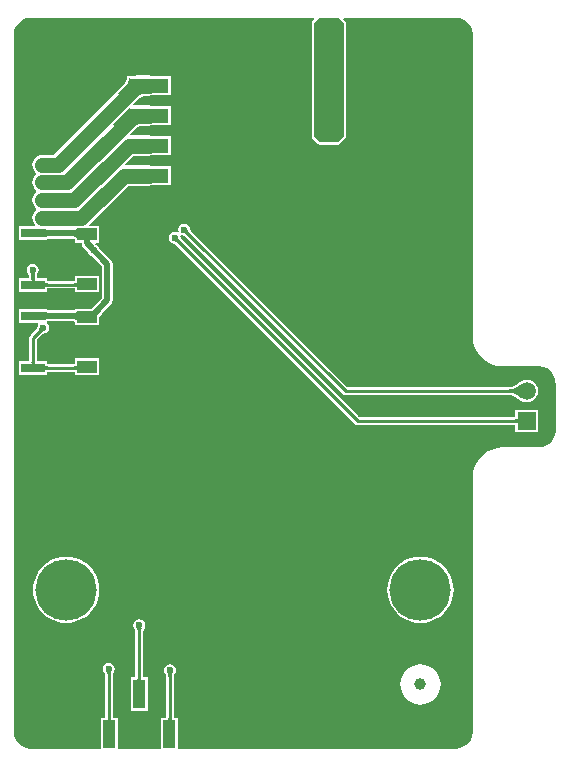
<source format=gbl>
G04 Layer_Physical_Order=2*
G04 Layer_Color=16711680*
%FSLAX44Y44*%
%MOMM*%
G71*
G01*
G75*
%ADD14C,1.0000*%
%ADD15C,0.2540*%
%ADD16C,1.3000*%
%ADD18C,5.2000*%
%ADD19C,1.5000*%
%ADD20R,1.5000X1.5000*%
%ADD21C,0.6000*%
%ADD22R,0.8000X2.0000*%
%ADD23R,1.0000X1.7000*%
%ADD24R,2.0000X0.8000*%
%ADD25R,1.7000X1.0000*%
%ADD26R,3.3000X1.2700*%
%ADD27R,1.0200X2.4100*%
%ADD28C,0.5000*%
G36*
X140167Y69872D02*
X139979Y69554D01*
X139812Y69216D01*
X139669Y68858D01*
X139547Y68479D01*
X139447Y68080D01*
X139370Y67661D01*
X139314Y67221D01*
X139281Y66762D01*
X139270Y66282D01*
X136730D01*
X136719Y66762D01*
X136630Y67661D01*
X136553Y68080D01*
X136453Y68479D01*
X136331Y68858D01*
X136187Y69216D01*
X136021Y69554D01*
X135833Y69872D01*
X135623Y70170D01*
X140377D01*
X140167Y69872D01*
D02*
G37*
G36*
X88462Y71244D02*
X88359Y70989D01*
X88267Y70701D01*
X88189Y70379D01*
X88122Y70023D01*
X88025Y69210D01*
X87994Y68753D01*
X87970Y67737D01*
X85430Y67055D01*
X85414Y67495D01*
X85367Y67923D01*
X85288Y68339D01*
X85178Y68743D01*
X85036Y69134D01*
X84862Y69513D01*
X84657Y69879D01*
X84420Y70234D01*
X84152Y70576D01*
X83852Y70905D01*
X88577Y71464D01*
X88462Y71244D01*
D02*
G37*
G36*
X20000Y624392D02*
X259849D01*
X260335Y623219D01*
X258558Y621442D01*
X258558Y621442D01*
X258116Y620780D01*
X257961Y620000D01*
Y563000D01*
X257961Y524000D01*
X257961Y524000D01*
X258116Y523220D01*
X258558Y522558D01*
X258558Y522558D01*
X263558Y517558D01*
X263558Y517558D01*
X264220Y517116D01*
X264220Y517116D01*
X265000Y516961D01*
X280000Y516961D01*
X280781Y517116D01*
X281442Y517558D01*
X281442Y517558D01*
X286442Y522558D01*
X286884Y523220D01*
X287039Y524000D01*
Y604000D01*
Y620000D01*
X286884Y620780D01*
X286442Y621442D01*
X286442Y621442D01*
X284665Y623219D01*
X285151Y624392D01*
X380000D01*
X380317Y624455D01*
X383752Y624003D01*
X387248Y622555D01*
X390251Y620251D01*
X392555Y617248D01*
X394003Y613752D01*
X394455Y610317D01*
X394392Y610000D01*
Y540000D01*
Y355000D01*
X394392Y355000D01*
X394377D01*
X394869Y350001D01*
X396327Y345194D01*
X398695Y340764D01*
X401881Y336881D01*
X405764Y333695D01*
X410194Y331327D01*
X415001Y329869D01*
X420000Y329377D01*
Y329392D01*
X420000Y329392D01*
X450000D01*
X450317Y329455D01*
X453752Y329003D01*
X457248Y327555D01*
X460251Y325251D01*
X462555Y322249D01*
X464003Y318752D01*
X464333Y316245D01*
X464392Y315000D01*
X464392Y315000D01*
X464392Y313745D01*
Y275000D01*
X464455Y274683D01*
X464003Y271248D01*
X462555Y267752D01*
X460251Y264749D01*
X457248Y262445D01*
X453752Y260997D01*
X451245Y260667D01*
X450000Y260608D01*
X450000Y260608D01*
X448745Y260608D01*
X420000D01*
Y260623D01*
X415001Y260131D01*
X410194Y258673D01*
X405764Y256305D01*
X401881Y253118D01*
X398695Y249236D01*
X396327Y244806D01*
X394869Y239999D01*
X394377Y235000D01*
X394392D01*
X394392Y235000D01*
Y20000D01*
X394455Y19683D01*
X394003Y16248D01*
X392555Y12751D01*
X390251Y9749D01*
X387248Y7445D01*
X383752Y5997D01*
X380317Y5545D01*
X380000Y5608D01*
X144500D01*
Y31600D01*
X141334D01*
Y66879D01*
X141344Y67021D01*
X141385Y67348D01*
X141441Y67647D01*
X141509Y67919D01*
X141588Y68165D01*
X141677Y68385D01*
X141774Y68584D01*
X141880Y68763D01*
X142043Y68993D01*
X142119Y69165D01*
X142710Y70049D01*
X143098Y72000D01*
X142710Y73951D01*
X141605Y75605D01*
X139951Y76710D01*
X138000Y77098D01*
X136049Y76710D01*
X134395Y75605D01*
X133290Y73951D01*
X132902Y72000D01*
X133290Y70049D01*
X133881Y69165D01*
X133957Y68993D01*
X134120Y68763D01*
X134226Y68584D01*
X134324Y68386D01*
X134412Y68165D01*
X134491Y67919D01*
X134559Y67647D01*
X134609Y67375D01*
X134666Y66802D01*
Y31600D01*
X130300D01*
Y5608D01*
X93700D01*
Y31600D01*
X90034D01*
Y68694D01*
X90056Y69022D01*
X90139Y69714D01*
X90182Y69948D01*
X90232Y70151D01*
X90279Y70297D01*
X90315Y70386D01*
X90384Y70520D01*
X90406Y70595D01*
X90710Y71049D01*
X91098Y73000D01*
X90710Y74951D01*
X89605Y76605D01*
X87951Y77710D01*
X86000Y78098D01*
X84049Y77710D01*
X82395Y76605D01*
X81290Y74951D01*
X80902Y73000D01*
X81290Y71049D01*
X82395Y69395D01*
X82584Y69269D01*
X82593Y69259D01*
X82768Y69036D01*
X82916Y68814D01*
X83042Y68589D01*
X83147Y68360D01*
X83232Y68125D01*
X83300Y67879D01*
X83349Y67621D01*
X83366Y67465D01*
Y31600D01*
X79500D01*
Y5608D01*
X20000D01*
X19683Y5545D01*
X16248Y5997D01*
X12751Y7445D01*
X9749Y9749D01*
X7445Y12751D01*
X5997Y16248D01*
X5545Y19683D01*
X5608Y20000D01*
Y610000D01*
X5545Y610317D01*
X5997Y613752D01*
X7445Y617248D01*
X9749Y620251D01*
X12751Y622555D01*
X16248Y624003D01*
X19683Y624455D01*
X20000Y624392D01*
D02*
G37*
G36*
X285000Y620000D02*
Y604000D01*
Y524000D01*
X280000Y519000D01*
X265000Y519000D01*
X260000Y524000D01*
X260000Y563000D01*
Y620000D01*
X264392Y624392D01*
X280608D01*
X285000Y620000D01*
D02*
G37*
G36*
X139283Y31627D02*
X139321Y31195D01*
X139384Y30814D01*
X139473Y30484D01*
X139587Y30205D01*
X139727Y29976D01*
X139892Y29798D01*
X140083Y29671D01*
X140299Y29595D01*
X140540Y29569D01*
X135460D01*
X135701Y29595D01*
X135917Y29671D01*
X136108Y29798D01*
X136273Y29976D01*
X136412Y30205D01*
X136527Y30484D01*
X136616Y30814D01*
X136679Y31195D01*
X136717Y31627D01*
X136730Y32109D01*
X139270D01*
X139283Y31627D01*
D02*
G37*
G36*
X87983D02*
X88021Y31195D01*
X88084Y30814D01*
X88173Y30484D01*
X88287Y30205D01*
X88427Y29976D01*
X88592Y29798D01*
X88783Y29671D01*
X88999Y29595D01*
X89240Y29569D01*
X84160D01*
X84401Y29595D01*
X84617Y29671D01*
X84808Y29798D01*
X84973Y29976D01*
X85112Y30205D01*
X85227Y30484D01*
X85316Y30814D01*
X85379Y31195D01*
X85417Y31627D01*
X85430Y32109D01*
X87970D01*
X87983Y31627D01*
D02*
G37*
%LPC*%
G36*
X350000Y168087D02*
X345606Y167741D01*
X341321Y166712D01*
X337249Y165025D01*
X333491Y162722D01*
X330140Y159860D01*
X327277Y156509D01*
X324975Y152751D01*
X323288Y148679D01*
X322259Y144394D01*
X321913Y140000D01*
X322259Y135606D01*
X323288Y131321D01*
X324975Y127249D01*
X327277Y123491D01*
X330140Y120140D01*
X333491Y117277D01*
X337249Y114975D01*
X341321Y113288D01*
X345606Y112259D01*
X350000Y111913D01*
X354394Y112259D01*
X358679Y113288D01*
X362751Y114975D01*
X366509Y117277D01*
X369860Y120140D01*
X372723Y123491D01*
X375025Y127249D01*
X376712Y131321D01*
X377741Y135606D01*
X378087Y140000D01*
X377741Y144394D01*
X376712Y148679D01*
X375025Y152751D01*
X372723Y156509D01*
X369860Y159860D01*
X366509Y162722D01*
X362751Y165025D01*
X358679Y166712D01*
X354394Y167741D01*
X350000Y168087D01*
D02*
G37*
G36*
X50000D02*
X45606Y167741D01*
X41321Y166712D01*
X37249Y165025D01*
X33491Y162722D01*
X30140Y159860D01*
X27278Y156509D01*
X24975Y152751D01*
X23288Y148679D01*
X22259Y144394D01*
X21913Y140000D01*
X22259Y135606D01*
X23288Y131321D01*
X24975Y127249D01*
X27278Y123491D01*
X30140Y120140D01*
X33491Y117277D01*
X37249Y114975D01*
X41321Y113288D01*
X45606Y112259D01*
X50000Y111913D01*
X54394Y112259D01*
X58679Y113288D01*
X62751Y114975D01*
X66509Y117277D01*
X69860Y120140D01*
X72723Y123491D01*
X75025Y127249D01*
X76712Y131321D01*
X77741Y135606D01*
X78087Y140000D01*
X77741Y144394D01*
X76712Y148679D01*
X75025Y152751D01*
X72723Y156509D01*
X69860Y159860D01*
X66509Y162722D01*
X62751Y165025D01*
X58679Y166712D01*
X54394Y167741D01*
X50000Y168087D01*
D02*
G37*
G36*
X21750Y416098D02*
X19799Y415710D01*
X18145Y414605D01*
X17040Y412951D01*
X16652Y411000D01*
X17040Y409049D01*
X17631Y408165D01*
X17707Y407993D01*
X17870Y407763D01*
X17976Y407584D01*
X18074Y407385D01*
X18162Y407165D01*
X18241Y406919D01*
X18309Y406647D01*
X18360Y406375D01*
X18416Y405802D01*
Y404000D01*
X10250D01*
Y392000D01*
X34250D01*
Y395166D01*
X57250D01*
Y392000D01*
X78250D01*
Y406000D01*
X57250D01*
Y401834D01*
X34250D01*
Y404000D01*
X25084D01*
Y405879D01*
X25094Y406021D01*
X25136Y406348D01*
X25191Y406647D01*
X25259Y406919D01*
X25338Y407165D01*
X25426Y407385D01*
X25524Y407584D01*
X25630Y407763D01*
X25793Y407993D01*
X25869Y408165D01*
X26460Y409049D01*
X26848Y411000D01*
X26460Y412951D01*
X25355Y414605D01*
X23701Y415710D01*
X21750Y416098D01*
D02*
G37*
G36*
X150000Y450098D02*
X148049Y449710D01*
X146395Y448605D01*
X145290Y446951D01*
X144902Y445000D01*
X145223Y443386D01*
X144335Y442611D01*
X144194Y442547D01*
X143951Y442709D01*
X142000Y443097D01*
X140049Y442709D01*
X138395Y441604D01*
X137290Y439950D01*
X136902Y437999D01*
X137290Y436048D01*
X138395Y434394D01*
X140049Y433289D01*
X141092Y433082D01*
X141267Y433014D01*
X141546Y432967D01*
X141747Y432915D01*
X141957Y432844D01*
X142175Y432750D01*
X142405Y432632D01*
X142645Y432488D01*
X142873Y432331D01*
X143319Y431966D01*
X294642Y280643D01*
X295724Y279920D01*
X296999Y279666D01*
X430500D01*
Y273500D01*
X449500D01*
Y292500D01*
X430500D01*
Y286334D01*
X298381D01*
X147978Y436736D01*
X147886Y436843D01*
X147683Y437104D01*
X147511Y437355D01*
X147367Y437595D01*
X147249Y437825D01*
X147155Y438043D01*
X147084Y438253D01*
X147032Y438454D01*
X146984Y438732D01*
X146917Y438907D01*
X146777Y439613D01*
X147665Y440388D01*
X147806Y440453D01*
X148049Y440290D01*
X149093Y440083D01*
X149267Y440015D01*
X149546Y439967D01*
X149747Y439916D01*
X149956Y439845D01*
X150175Y439751D01*
X150405Y439633D01*
X150645Y439489D01*
X150873Y439332D01*
X151318Y438967D01*
X284242Y306042D01*
X285324Y305320D01*
X286600Y305066D01*
X425515D01*
X425764Y305053D01*
X426477Y304942D01*
X427250Y304750D01*
X428082Y304471D01*
X428970Y304103D01*
X429914Y303641D01*
X430889Y303095D01*
X433061Y301672D01*
X434209Y300820D01*
X434377Y300741D01*
X435209Y300102D01*
X437520Y299144D01*
X440000Y298818D01*
X442480Y299144D01*
X444791Y300102D01*
X446776Y301625D01*
X448298Y303609D01*
X449255Y305920D01*
X449582Y308400D01*
X449255Y310880D01*
X448298Y313191D01*
X446776Y315175D01*
X444791Y316698D01*
X442480Y317655D01*
X440000Y317982D01*
X437520Y317655D01*
X435209Y316698D01*
X434377Y316059D01*
X434209Y315980D01*
X433062Y315128D01*
X430889Y313705D01*
X429914Y313159D01*
X428971Y312698D01*
X428082Y312329D01*
X427250Y312050D01*
X426477Y311858D01*
X425764Y311747D01*
X425515Y311734D01*
X287981D01*
X155978Y443737D01*
X155886Y443843D01*
X155684Y444104D01*
X155511Y444355D01*
X155367Y444595D01*
X155249Y444825D01*
X155155Y445044D01*
X155084Y445253D01*
X155033Y445454D01*
X154985Y445733D01*
X154917Y445908D01*
X154710Y446951D01*
X153605Y448605D01*
X151951Y449710D01*
X150000Y450098D01*
D02*
G37*
G36*
X350000Y77082D02*
X346667Y76754D01*
X343463Y75782D01*
X340510Y74203D01*
X337921Y72079D01*
X335797Y69490D01*
X334218Y66537D01*
X333246Y63333D01*
X332918Y60000D01*
X333246Y56667D01*
X334218Y53463D01*
X335797Y50510D01*
X337921Y47921D01*
X340510Y45797D01*
X343463Y44218D01*
X346667Y43246D01*
X350000Y42918D01*
X353333Y43246D01*
X356537Y44218D01*
X359490Y45797D01*
X362079Y47921D01*
X364203Y50510D01*
X365782Y53463D01*
X366754Y56667D01*
X367082Y60000D01*
X366754Y63333D01*
X365782Y66537D01*
X364203Y69490D01*
X362079Y72079D01*
X359490Y74203D01*
X356537Y75782D01*
X353333Y76754D01*
X350000Y77082D01*
D02*
G37*
G36*
X112100Y114998D02*
X110149Y114610D01*
X108495Y113505D01*
X107390Y111851D01*
X107002Y109900D01*
X107390Y107949D01*
X107981Y107065D01*
X108057Y106893D01*
X108220Y106663D01*
X108326Y106484D01*
X108424Y106285D01*
X108512Y106065D01*
X108591Y105819D01*
X108659Y105547D01*
X108709Y105275D01*
X108766Y104702D01*
Y65900D01*
X104900D01*
Y37800D01*
X119100D01*
Y65900D01*
X115434D01*
Y104779D01*
X115444Y104921D01*
X115485Y105248D01*
X115541Y105547D01*
X115609Y105819D01*
X115688Y106065D01*
X115777Y106285D01*
X115874Y106484D01*
X115980Y106663D01*
X116143Y106893D01*
X116219Y107065D01*
X116810Y107949D01*
X117198Y109900D01*
X116810Y111851D01*
X115705Y113505D01*
X114051Y114610D01*
X112100Y114998D01*
D02*
G37*
G36*
X120000Y575573D02*
X110000D01*
X108303Y575350D01*
X101500D01*
Y573514D01*
X101436Y572970D01*
X101255Y572389D01*
X100891Y571597D01*
X100331Y570631D01*
X99608Y569562D01*
X94661Y563785D01*
X39449Y508573D01*
X30000D01*
X27781Y508281D01*
X25713Y507425D01*
X23938Y506062D01*
X22575Y504287D01*
X21719Y502219D01*
X21427Y500000D01*
X21719Y497781D01*
X22575Y495713D01*
X23938Y493938D01*
X24768Y493300D01*
Y491700D01*
X23938Y491062D01*
X22575Y489287D01*
X21719Y487219D01*
X21427Y485000D01*
X21719Y482781D01*
X22575Y480713D01*
X23938Y478938D01*
X24768Y478300D01*
Y476700D01*
X23938Y476062D01*
X22575Y474287D01*
X21719Y472219D01*
X21427Y470000D01*
X21719Y467781D01*
X22575Y465713D01*
X23938Y463938D01*
X24768Y463300D01*
Y461700D01*
X23938Y461062D01*
X22575Y459287D01*
X21719Y457219D01*
X21427Y455000D01*
X21719Y452781D01*
X22575Y450713D01*
X23683Y449270D01*
X23215Y448000D01*
X10250D01*
Y436000D01*
X32176D01*
X32220Y435991D01*
X32263Y436000D01*
X34250D01*
Y437223D01*
X34418Y437263D01*
X34904Y437340D01*
X35878Y437412D01*
X55419D01*
X55833Y437375D01*
X56411Y437280D01*
X56846Y437163D01*
X57130Y437047D01*
X57250Y436974D01*
Y434000D01*
X63162D01*
Y433250D01*
X63511Y431494D01*
X64506Y430006D01*
X68435Y426076D01*
X68540Y425549D01*
X69645Y423895D01*
X71299Y422790D01*
X71826Y422685D01*
X80412Y414100D01*
Y386900D01*
X73584Y380072D01*
X72672Y379225D01*
X71904Y378610D01*
X71222Y378135D01*
X70987Y378000D01*
X59318D01*
X59274Y378009D01*
X59231Y378000D01*
X57250D01*
Y376777D01*
X57082Y376737D01*
X56596Y376660D01*
X55622Y376588D01*
X35753D01*
X35552Y376595D01*
X34929Y376656D01*
X34418Y376737D01*
X34250Y376777D01*
Y378000D01*
X32263D01*
X32220Y378009D01*
X32176Y378000D01*
X10250D01*
Y366000D01*
X25882D01*
X26561Y364730D01*
X26040Y363951D01*
X25833Y362907D01*
X25765Y362733D01*
X25717Y362454D01*
X25666Y362253D01*
X25594Y362044D01*
X25501Y361825D01*
X25383Y361595D01*
X25239Y361355D01*
X25082Y361127D01*
X24717Y360682D01*
X19892Y355858D01*
X19170Y354776D01*
X18916Y353500D01*
Y334000D01*
X10250D01*
Y322000D01*
X34250D01*
Y324666D01*
X57250D01*
Y322000D01*
X78250D01*
Y336000D01*
X57250D01*
Y331334D01*
X34250D01*
Y334000D01*
X25584D01*
Y352119D01*
X29487Y356022D01*
X29593Y356114D01*
X29854Y356316D01*
X30105Y356489D01*
X30345Y356633D01*
X30575Y356751D01*
X30794Y356845D01*
X31003Y356916D01*
X31204Y356968D01*
X31483Y357015D01*
X31658Y357083D01*
X32701Y357290D01*
X34355Y358395D01*
X35460Y360049D01*
X35848Y362000D01*
X35460Y363951D01*
X34790Y364954D01*
X34250Y366000D01*
Y367223D01*
X34418Y367263D01*
X34904Y367340D01*
X35878Y367412D01*
X55419D01*
X55833Y367375D01*
X56411Y367280D01*
X56846Y367163D01*
X57130Y367047D01*
X57250Y366975D01*
Y364000D01*
X78250D01*
Y371282D01*
X78324Y371410D01*
X78790Y372076D01*
X80059Y373571D01*
X88244Y381756D01*
X89239Y383244D01*
X89588Y385000D01*
Y416000D01*
X89239Y417756D01*
X88244Y419244D01*
X77803Y429686D01*
X76855Y431105D01*
X75436Y432053D01*
X74662Y432827D01*
X75148Y434000D01*
X78250D01*
Y448000D01*
X69864D01*
X69394Y449270D01*
X102351Y482227D01*
X120000D01*
X121697Y482450D01*
X138500D01*
Y499150D01*
X121697D01*
X120000Y499373D01*
X100081D01*
X99555Y500643D01*
X106538Y507627D01*
X120000D01*
X121697Y507850D01*
X138500D01*
Y524550D01*
X121697D01*
X120000Y524773D01*
X104268D01*
X103785Y525665D01*
X103745Y526043D01*
X104815Y527074D01*
X107154Y529146D01*
X109307Y530859D01*
X111262Y532210D01*
X112696Y533027D01*
X120000D01*
X121697Y533250D01*
X138500D01*
Y549950D01*
X121697D01*
X120000Y550173D01*
X107174D01*
X107082Y550161D01*
X106497Y551197D01*
X106491Y551365D01*
X107575Y552409D01*
X109864Y554431D01*
X111980Y556109D01*
X113914Y557442D01*
X115644Y558427D01*
X120000D01*
X121697Y558650D01*
X138500D01*
Y575350D01*
X121697D01*
X120000Y575573D01*
D02*
G37*
%LPD*%
G36*
X435425Y302457D02*
X434229Y303345D01*
X431947Y304840D01*
X430861Y305448D01*
X429811Y305962D01*
X428797Y306382D01*
X427820Y306709D01*
X426880Y306943D01*
X425976Y307083D01*
X425108Y307130D01*
Y309670D01*
X425976Y309717D01*
X426880Y309857D01*
X427820Y310091D01*
X428797Y310418D01*
X429811Y310838D01*
X430861Y311352D01*
X431947Y311960D01*
X434229Y313455D01*
X435425Y314343D01*
Y302457D01*
D02*
G37*
G36*
X59311Y325460D02*
X59285Y325701D01*
X59208Y325917D01*
X59080Y326108D01*
X58900Y326273D01*
X58668Y326413D01*
X58386Y326527D01*
X58052Y326616D01*
X57666Y326679D01*
X57229Y326717D01*
X56740Y326730D01*
Y329270D01*
X57229Y329283D01*
X57666Y329321D01*
X58052Y329384D01*
X58386Y329473D01*
X58668Y329588D01*
X58900Y329727D01*
X59080Y329892D01*
X59208Y330083D01*
X59285Y330299D01*
X59311Y330540D01*
Y325460D01*
D02*
G37*
G36*
X32215Y330299D02*
X32292Y330083D01*
X32420Y329892D01*
X32600Y329727D01*
X32832Y329588D01*
X33114Y329473D01*
X33449Y329384D01*
X33834Y329321D01*
X34271Y329283D01*
X34760Y329270D01*
Y326730D01*
X34271Y326717D01*
X33834Y326679D01*
X33449Y326616D01*
X33114Y326527D01*
X32832Y326413D01*
X32600Y326273D01*
X32420Y326108D01*
X32292Y325917D01*
X32215Y325701D01*
X32189Y325460D01*
Y330540D01*
X32215Y330299D01*
D02*
G37*
G36*
X113383Y65927D02*
X113421Y65495D01*
X113484Y65114D01*
X113573Y64784D01*
X113687Y64504D01*
X113827Y64276D01*
X113992Y64098D01*
X114183Y63971D01*
X114399Y63895D01*
X114640Y63870D01*
X109560D01*
X109801Y63895D01*
X110017Y63971D01*
X110208Y64098D01*
X110373Y64276D01*
X110513Y64504D01*
X110627Y64784D01*
X110716Y65114D01*
X110779Y65495D01*
X110817Y65927D01*
X110830Y66410D01*
X113370D01*
X113383Y65927D01*
D02*
G37*
G36*
X114267Y107772D02*
X114079Y107454D01*
X113912Y107116D01*
X113769Y106758D01*
X113647Y106379D01*
X113547Y105980D01*
X113470Y105561D01*
X113414Y105121D01*
X113381Y104662D01*
X113370Y104182D01*
X110830D01*
X110819Y104662D01*
X110730Y105561D01*
X110653Y105980D01*
X110553Y106379D01*
X110431Y106758D01*
X110288Y107116D01*
X110121Y107454D01*
X109933Y107772D01*
X109723Y108070D01*
X114477D01*
X114267Y107772D01*
D02*
G37*
G36*
X432561Y280460D02*
X432535Y280701D01*
X432458Y280917D01*
X432330Y281108D01*
X432150Y281273D01*
X431918Y281413D01*
X431636Y281527D01*
X431301Y281616D01*
X430916Y281679D01*
X430479Y281717D01*
X429991Y281730D01*
Y284270D01*
X430479Y284283D01*
X430916Y284321D01*
X431301Y284384D01*
X431636Y284473D01*
X431918Y284587D01*
X432150Y284727D01*
X432330Y284892D01*
X432458Y285083D01*
X432535Y285299D01*
X432561Y285540D01*
Y280460D01*
D02*
G37*
G36*
X23533Y334021D02*
X23571Y333584D01*
X23634Y333199D01*
X23723Y332864D01*
X23837Y332582D01*
X23977Y332350D01*
X24142Y332170D01*
X24333Y332042D01*
X24549Y331965D01*
X24790Y331939D01*
X19710D01*
X19951Y331965D01*
X20167Y332042D01*
X20358Y332170D01*
X20523Y332350D01*
X20663Y332582D01*
X20777Y332864D01*
X20866Y333199D01*
X20929Y333584D01*
X20967Y334021D01*
X20980Y334510D01*
X23520D01*
X23533Y334021D01*
D02*
G37*
G36*
X59311Y437000D02*
X59259Y437475D01*
X59107Y437900D01*
X58855Y438275D01*
X58502Y438600D01*
X58049Y438875D01*
X57496Y439100D01*
X56842Y439275D01*
X56089Y439400D01*
X55235Y439475D01*
X54281Y439500D01*
Y444500D01*
X55230Y444515D01*
X56831Y444632D01*
X57481Y444735D01*
X58031Y444867D01*
X58481Y445029D01*
X58830Y445220D01*
X59081Y445440D01*
X59230Y445690D01*
X59281Y445970D01*
X59311Y437000D01*
D02*
G37*
G36*
X70477Y436003D02*
X70430Y435919D01*
X70388Y435780D01*
X70351Y435586D01*
X70320Y435335D01*
X70275Y434668D01*
X70250Y433250D01*
X65250D01*
X65247Y433778D01*
X65113Y435780D01*
X65071Y435919D01*
X65023Y436003D01*
X64970Y436031D01*
X70531D01*
X70477Y436003D01*
D02*
G37*
G36*
X145036Y438027D02*
X145128Y437669D01*
X145250Y437313D01*
X145402Y436957D01*
X145583Y436604D01*
X145795Y436251D01*
X146037Y435900D01*
X146308Y435550D01*
X146610Y435201D01*
X146941Y434854D01*
X145145Y433058D01*
X144798Y433390D01*
X144100Y433963D01*
X143749Y434204D01*
X143396Y434416D01*
X143042Y434597D01*
X142687Y434749D01*
X142330Y434871D01*
X141972Y434962D01*
X141613Y435024D01*
X144975Y438386D01*
X145036Y438027D01*
D02*
G37*
G36*
X32269Y445690D02*
X32420Y445440D01*
X32669Y445220D01*
X33019Y445029D01*
X33470Y444867D01*
X34019Y444735D01*
X34669Y444632D01*
X35419Y444559D01*
X37220Y444500D01*
Y439500D01*
X36270Y439485D01*
X34669Y439368D01*
X34019Y439265D01*
X33470Y439133D01*
X33019Y438971D01*
X32669Y438780D01*
X32420Y438559D01*
X32269Y438310D01*
X32220Y438031D01*
Y445970D01*
X32269Y445690D01*
D02*
G37*
G36*
X122065Y560711D02*
X120900Y561286D01*
X119585Y561529D01*
X118120Y561439D01*
X116506Y561016D01*
X114743Y560260D01*
X112830Y559171D01*
X110767Y557750D01*
X108554Y555995D01*
X106192Y553908D01*
X103680Y551488D01*
X94338Y560531D01*
X96085Y562313D01*
X101232Y568324D01*
X102060Y569547D01*
X102703Y570658D01*
X103163Y571657D01*
X103439Y572544D01*
X103531Y573320D01*
X122065Y560711D01*
D02*
G37*
G36*
X119239Y535280D02*
X118138Y535926D01*
X116873Y536224D01*
X115445Y536175D01*
X113852Y535777D01*
X112096Y535032D01*
X110175Y533938D01*
X108091Y532498D01*
X105843Y530709D01*
X103430Y528572D01*
X100854Y526088D01*
X89742Y533361D01*
X103531Y547920D01*
X119239Y535280D01*
D02*
G37*
G36*
X153037Y445028D02*
X153128Y444670D01*
X153250Y444313D01*
X153402Y443958D01*
X153584Y443604D01*
X153795Y443251D01*
X154037Y442900D01*
X154308Y442550D01*
X154610Y442202D01*
X154941Y441855D01*
X153145Y440059D01*
X152798Y440390D01*
X152100Y440963D01*
X151749Y441205D01*
X151396Y441416D01*
X151042Y441598D01*
X150687Y441750D01*
X150330Y441871D01*
X149972Y441963D01*
X149613Y442025D01*
X152975Y445387D01*
X153037Y445028D01*
D02*
G37*
G36*
X23917Y408872D02*
X23729Y408554D01*
X23563Y408216D01*
X23419Y407858D01*
X23297Y407479D01*
X23197Y407080D01*
X23120Y406661D01*
X23064Y406222D01*
X23031Y405762D01*
X23020Y405282D01*
X20480D01*
X20469Y405762D01*
X20380Y406661D01*
X20303Y407080D01*
X20203Y407479D01*
X20081Y407858D01*
X19937Y408216D01*
X19771Y408554D01*
X19583Y408872D01*
X19373Y409170D01*
X24127D01*
X23917Y408872D01*
D02*
G37*
G36*
X32269Y375690D02*
X32420Y375440D01*
X32669Y375220D01*
X33019Y375029D01*
X33470Y374867D01*
X34019Y374735D01*
X34669Y374632D01*
X35419Y374559D01*
X37220Y374500D01*
Y369500D01*
X36270Y369485D01*
X34669Y369368D01*
X34019Y369265D01*
X33470Y369133D01*
X33019Y368971D01*
X32669Y368780D01*
X32420Y368559D01*
X32269Y368310D01*
X32220Y368031D01*
Y375970D01*
X32269Y375690D01*
D02*
G37*
G36*
X59311Y367000D02*
X59259Y367475D01*
X59107Y367900D01*
X58855Y368275D01*
X58502Y368600D01*
X58049Y368875D01*
X57496Y369100D01*
X56842Y369275D01*
X56089Y369400D01*
X55235Y369475D01*
X54281Y369500D01*
Y374500D01*
X55230Y374515D01*
X56831Y374632D01*
X57481Y374735D01*
X58031Y374867D01*
X58481Y375029D01*
X58830Y375220D01*
X59081Y375440D01*
X59230Y375690D01*
X59281Y375970D01*
X59311Y367000D01*
D02*
G37*
G36*
X31137Y359025D02*
X30778Y358963D01*
X30420Y358871D01*
X30063Y358750D01*
X29708Y358598D01*
X29354Y358416D01*
X29001Y358205D01*
X28650Y357963D01*
X28300Y357692D01*
X27952Y357390D01*
X27605Y357059D01*
X25809Y358855D01*
X26140Y359202D01*
X26713Y359900D01*
X26955Y360251D01*
X27166Y360604D01*
X27348Y360958D01*
X27500Y361313D01*
X27622Y361670D01*
X27713Y362028D01*
X27775Y362387D01*
X31137Y359025D01*
D02*
G37*
G36*
X79755Y376219D02*
X78751Y375180D01*
X77174Y373323D01*
X76602Y372505D01*
X76173Y371761D01*
X75889Y371091D01*
X75748Y370495D01*
X75751Y369972D01*
X75898Y369523D01*
X76189Y369148D01*
X68898Y375939D01*
X69296Y375670D01*
X69762Y375541D01*
X70297Y375550D01*
X70901Y375698D01*
X71574Y375985D01*
X72315Y376411D01*
X73126Y376976D01*
X74005Y377680D01*
X75970Y379505D01*
X79755Y376219D01*
D02*
G37*
G36*
X23033Y404021D02*
X23071Y403584D01*
X23134Y403199D01*
X23223Y402864D01*
X23338Y402582D01*
X23477Y402350D01*
X23642Y402170D01*
X23833Y402042D01*
X24049Y401965D01*
X24290Y401939D01*
X19210D01*
X19451Y401965D01*
X19667Y402042D01*
X19858Y402170D01*
X20023Y402350D01*
X20162Y402582D01*
X20277Y402864D01*
X20366Y403199D01*
X20429Y403584D01*
X20467Y404021D01*
X20480Y404510D01*
X23020D01*
X23033Y404021D01*
D02*
G37*
G36*
X59311Y395960D02*
X59285Y396201D01*
X59208Y396417D01*
X59080Y396608D01*
X58900Y396773D01*
X58668Y396912D01*
X58386Y397027D01*
X58052Y397116D01*
X57666Y397179D01*
X57229Y397217D01*
X56740Y397230D01*
Y399770D01*
X57229Y399783D01*
X57666Y399821D01*
X58052Y399884D01*
X58386Y399973D01*
X58668Y400088D01*
X58900Y400227D01*
X59080Y400392D01*
X59208Y400583D01*
X59285Y400799D01*
X59311Y401040D01*
Y395960D01*
D02*
G37*
G36*
X32215Y400799D02*
X32292Y400583D01*
X32420Y400392D01*
X32600Y400227D01*
X32832Y400088D01*
X33114Y399973D01*
X33449Y399884D01*
X33834Y399821D01*
X34271Y399783D01*
X34760Y399770D01*
Y397230D01*
X34271Y397217D01*
X33834Y397179D01*
X33449Y397116D01*
X33114Y397027D01*
X32832Y396912D01*
X32600Y396773D01*
X32420Y396608D01*
X32292Y396417D01*
X32215Y396201D01*
X32189Y395960D01*
Y401040D01*
X32215Y400799D01*
D02*
G37*
D14*
X350000Y60000D02*
D03*
D15*
X138000Y14850D02*
Y72000D01*
X112100Y49150D02*
Y109900D01*
X86000Y73000D02*
X86700Y72300D01*
Y14850D02*
Y72300D01*
X150000Y445000D02*
X286600Y308400D01*
X440000D01*
X142000Y437999D02*
Y438000D01*
X296999Y283000D01*
X440000D01*
X22250Y328000D02*
Y353500D01*
Y328000D02*
X66750D01*
X21750Y398500D02*
Y411000D01*
Y398500D02*
X67250D01*
X22250Y353500D02*
X30750Y362000D01*
D16*
X30000Y455000D02*
X63000D01*
X98800Y490800D01*
X120000D01*
X102987Y516200D02*
X120000D01*
X56787Y470000D02*
X102987Y516200D01*
X30000Y470000D02*
X56787D01*
X107174Y541600D02*
X120000D01*
X50574Y485000D02*
X107174Y541600D01*
X30000Y485000D02*
X50574D01*
X110000Y567000D02*
X120000D01*
X43000Y500000D02*
X110000Y567000D01*
X30000Y500000D02*
X43000D01*
D18*
X350000Y140000D02*
D03*
X50000D02*
D03*
D19*
X440000Y308400D02*
D03*
D20*
Y283000D02*
D03*
D21*
X105250Y385000D02*
D03*
X376000Y476000D02*
D03*
Y336000D02*
D03*
X411000Y266000D02*
D03*
X376000Y196000D02*
D03*
Y56000D02*
D03*
X341000Y546000D02*
D03*
X306000Y476000D02*
D03*
X341000Y406000D02*
D03*
X306000Y336000D02*
D03*
X341000Y266000D02*
D03*
X306000Y196000D02*
D03*
Y56000D02*
D03*
X271000Y406000D02*
D03*
Y266000D02*
D03*
X236000Y196000D02*
D03*
X271000Y126000D02*
D03*
X236000Y56000D02*
D03*
X201000Y546000D02*
D03*
X166000Y476000D02*
D03*
Y336000D02*
D03*
X201000Y266000D02*
D03*
X166000Y196000D02*
D03*
X201000Y126000D02*
D03*
X166000Y56000D02*
D03*
X131000Y266000D02*
D03*
X96000Y196000D02*
D03*
X131000Y126000D02*
D03*
X96000Y56000D02*
D03*
X26000Y196000D02*
D03*
Y56000D02*
D03*
X138000Y72000D02*
D03*
X112100Y109900D02*
D03*
X86000Y73000D02*
D03*
X266000Y528000D02*
D03*
X279000D02*
D03*
X273000Y535000D02*
D03*
X266000Y543000D02*
D03*
X280000D02*
D03*
X273000Y550000D02*
D03*
X30000Y455000D02*
D03*
Y470000D02*
D03*
Y485000D02*
D03*
Y500000D02*
D03*
X39000D02*
D03*
Y485000D02*
D03*
Y470000D02*
D03*
Y455000D02*
D03*
X150000Y445000D02*
D03*
X142000Y437999D02*
D03*
X73250Y427500D02*
D03*
X21750Y411000D02*
D03*
X30750Y362000D02*
D03*
D22*
X317000Y612750D02*
D03*
X273000D02*
D03*
D23*
X316000Y567250D02*
D03*
X274000D02*
D03*
D24*
X22250Y372000D02*
D03*
Y328000D02*
D03*
Y442000D02*
D03*
Y398000D02*
D03*
D25*
X67750Y371000D02*
D03*
Y329000D02*
D03*
Y441000D02*
D03*
Y399000D02*
D03*
D26*
X120000Y516200D02*
D03*
Y541600D02*
D03*
Y567000D02*
D03*
Y490800D02*
D03*
D27*
X86600Y17550D02*
D03*
X112000Y51850D02*
D03*
X137400Y17550D02*
D03*
D28*
X22250Y442000D02*
X66750D01*
X67750Y441000D01*
X22250Y372000D02*
X72000D01*
X67750Y433250D02*
Y441000D01*
X72000Y372000D02*
X85000Y385000D01*
Y416000D01*
X67750Y433250D02*
X85000Y416000D01*
M02*

</source>
